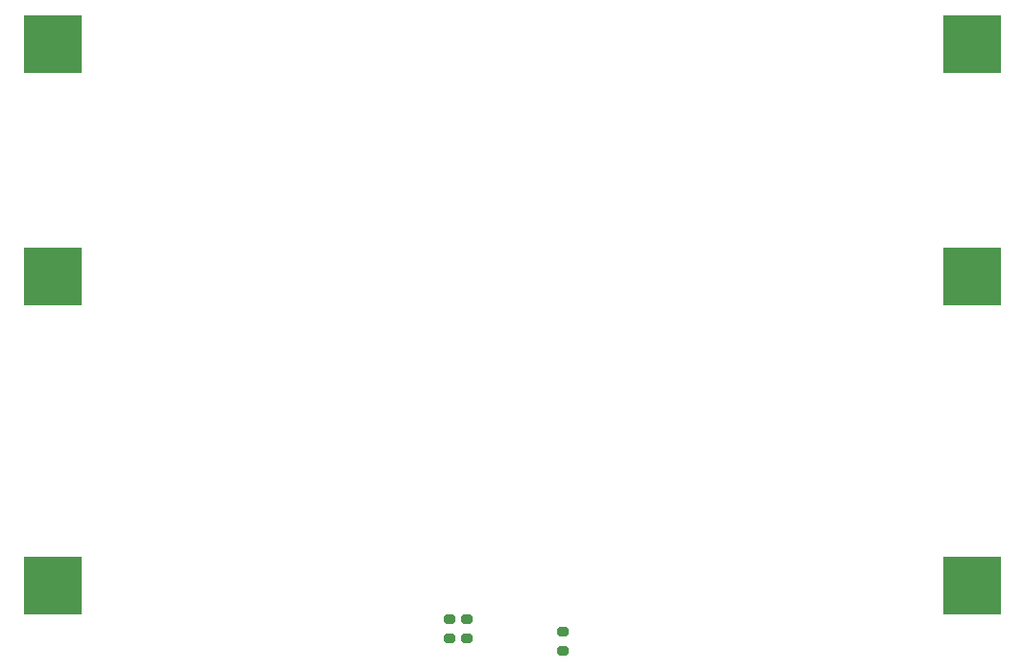
<source format=gbr>
%TF.GenerationSoftware,KiCad,Pcbnew,8.0.3*%
%TF.CreationDate,2024-06-25T13:40:25-04:00*%
%TF.ProjectId,StringsVR-SheepyHat,53747269-6e67-4735-9652-2d5368656570,rev?*%
%TF.SameCoordinates,Original*%
%TF.FileFunction,Paste,Top*%
%TF.FilePolarity,Positive*%
%FSLAX46Y46*%
G04 Gerber Fmt 4.6, Leading zero omitted, Abs format (unit mm)*
G04 Created by KiCad (PCBNEW 8.0.3) date 2024-06-25 13:40:25*
%MOMM*%
%LPD*%
G01*
G04 APERTURE LIST*
G04 Aperture macros list*
%AMRoundRect*
0 Rectangle with rounded corners*
0 $1 Rounding radius*
0 $2 $3 $4 $5 $6 $7 $8 $9 X,Y pos of 4 corners*
0 Add a 4 corners polygon primitive as box body*
4,1,4,$2,$3,$4,$5,$6,$7,$8,$9,$2,$3,0*
0 Add four circle primitives for the rounded corners*
1,1,$1+$1,$2,$3*
1,1,$1+$1,$4,$5*
1,1,$1+$1,$6,$7*
1,1,$1+$1,$8,$9*
0 Add four rect primitives between the rounded corners*
20,1,$1+$1,$2,$3,$4,$5,0*
20,1,$1+$1,$4,$5,$6,$7,0*
20,1,$1+$1,$6,$7,$8,$9,0*
20,1,$1+$1,$8,$9,$2,$3,0*%
%AMFreePoly0*
4,1,5,2.500000,-2.500000,-2.500000,-2.500000,-2.500000,2.500000,2.500000,2.500000,2.500000,-2.500000,2.500000,-2.500000,$1*%
G04 Aperture macros list end*
%ADD10RoundRect,0.200000X0.275000X-0.200000X0.275000X0.200000X-0.275000X0.200000X-0.275000X-0.200000X0*%
%ADD11FreePoly0,180.000000*%
G04 APERTURE END LIST*
D10*
%TO.C,R1*%
X143040000Y-127785000D03*
X143040000Y-126135000D03*
%TD*%
%TO.C,R2*%
X134540000Y-126685000D03*
X134540000Y-125035000D03*
%TD*%
D11*
%TO.C,U8*%
X179040000Y-122035000D03*
X98040000Y-122035000D03*
%TD*%
%TO.C,U6*%
X179040000Y-74285000D03*
X98040000Y-74285000D03*
%TD*%
%TO.C,U7*%
X179040000Y-94785000D03*
X98040000Y-94785000D03*
%TD*%
D10*
%TO.C,R3*%
X133040000Y-126685000D03*
X133040000Y-125035000D03*
%TD*%
M02*

</source>
